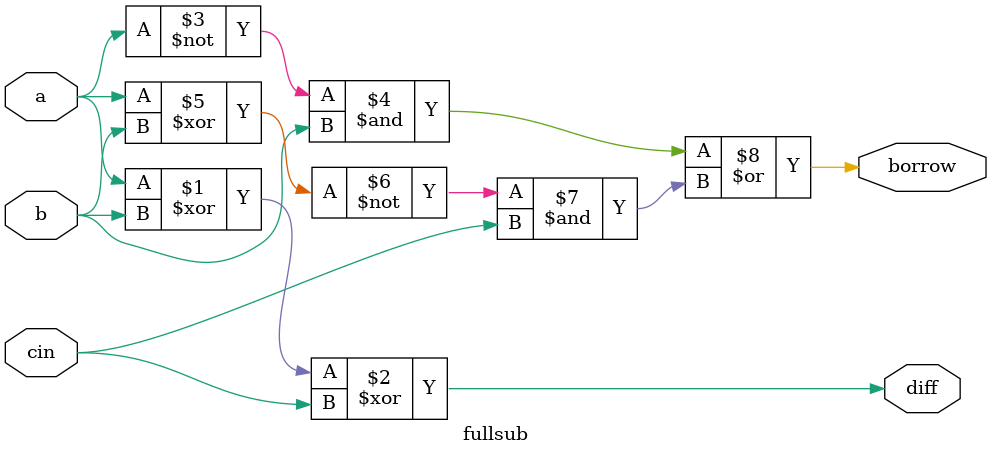
<source format=v>
module fullsub(diff,borrow,a,b,cin);
input a,b,cin;
output diff,borrow;
 assign diff=(a^b^cin);
 assign borrow= ((~a & b)| (~(a^b)&cin));
endmodule

</source>
